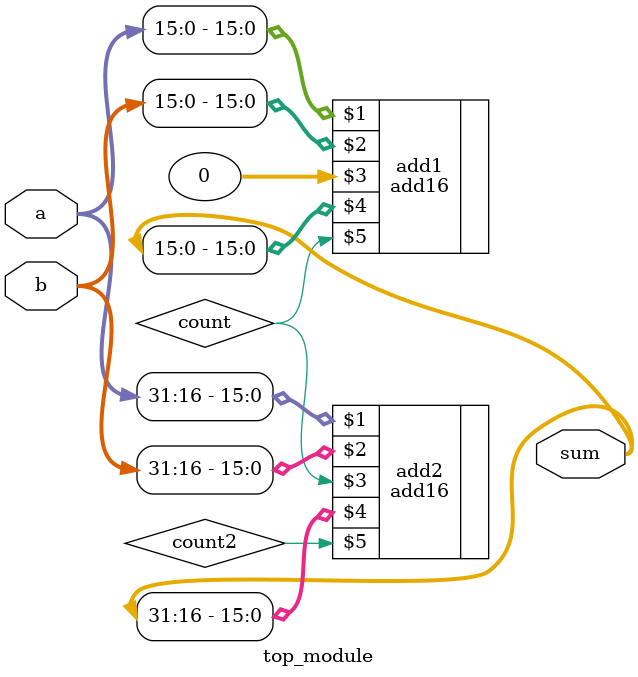
<source format=v>
module top_module(
    input [31:0] a,
    input [31:0] b,
    output [31:0] sum
);
    wire count,count2;
    add16 add1(a[15:0],b[15:0],0,sum[15:0],count);
    add16 add2(a[31:16],b[31:16],count,sum[31:16],count2);
endmodule

</source>
